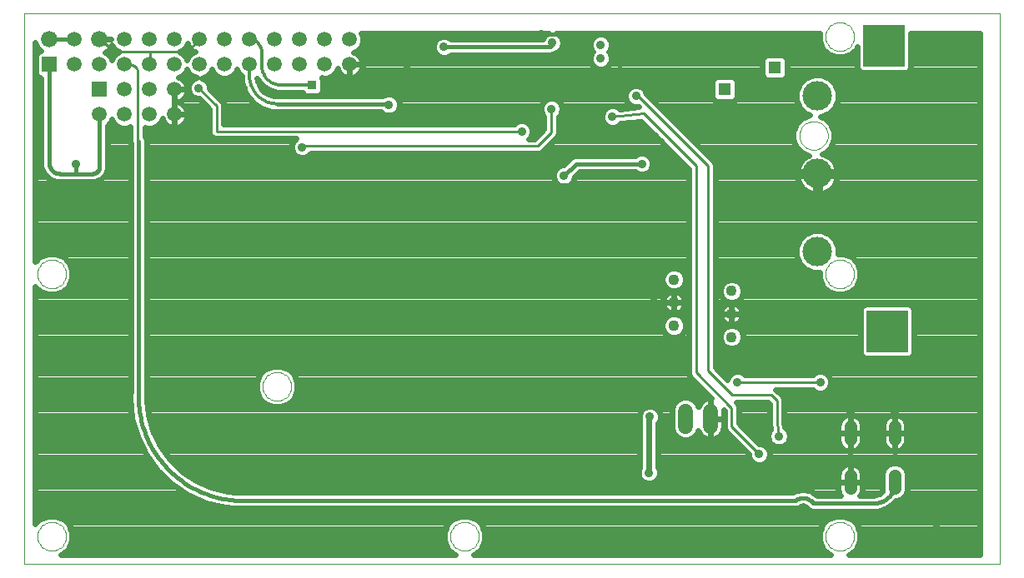
<source format=gbl>
G75*
%MOIN*%
%OFA0B0*%
%FSLAX24Y24*%
%IPPOS*%
%LPD*%
%AMOC8*
5,1,8,0,0,1.08239X$1,22.5*
%
%ADD10C,0.0000*%
%ADD11R,0.0594X0.0594*%
%ADD12C,0.0660*%
%ADD13C,0.0594*%
%ADD14C,0.0350*%
%ADD15C,0.0515*%
%ADD16C,0.0436*%
%ADD17C,0.0600*%
%ADD18C,0.1181*%
%ADD19R,0.0515X0.0515*%
%ADD20C,0.0240*%
%ADD21C,0.0356*%
%ADD22C,0.0160*%
%ADD23C,0.0100*%
%ADD24C,0.0120*%
%ADD25R,0.0356X0.0356*%
%ADD26R,0.1660X0.1660*%
D10*
X000100Y000185D02*
X000100Y022232D01*
X039076Y022232D01*
X039076Y000185D01*
X000100Y000185D01*
X000623Y001301D02*
X000625Y001348D01*
X000631Y001395D01*
X000640Y001441D01*
X000654Y001486D01*
X000671Y001530D01*
X000692Y001573D01*
X000716Y001613D01*
X000743Y001652D01*
X000774Y001688D01*
X000807Y001721D01*
X000843Y001752D01*
X000882Y001779D01*
X000922Y001803D01*
X000965Y001824D01*
X001009Y001841D01*
X001054Y001855D01*
X001100Y001864D01*
X001147Y001870D01*
X001194Y001872D01*
X001241Y001870D01*
X001288Y001864D01*
X001334Y001855D01*
X001379Y001841D01*
X001423Y001824D01*
X001466Y001803D01*
X001506Y001779D01*
X001545Y001752D01*
X001581Y001721D01*
X001614Y001688D01*
X001645Y001652D01*
X001672Y001613D01*
X001696Y001573D01*
X001717Y001530D01*
X001734Y001486D01*
X001748Y001441D01*
X001757Y001395D01*
X001763Y001348D01*
X001765Y001301D01*
X001763Y001254D01*
X001757Y001207D01*
X001748Y001161D01*
X001734Y001116D01*
X001717Y001072D01*
X001696Y001029D01*
X001672Y000989D01*
X001645Y000950D01*
X001614Y000914D01*
X001581Y000881D01*
X001545Y000850D01*
X001506Y000823D01*
X001466Y000799D01*
X001423Y000778D01*
X001379Y000761D01*
X001334Y000747D01*
X001288Y000738D01*
X001241Y000732D01*
X001194Y000730D01*
X001147Y000732D01*
X001100Y000738D01*
X001054Y000747D01*
X001009Y000761D01*
X000965Y000778D01*
X000922Y000799D01*
X000882Y000823D01*
X000843Y000850D01*
X000807Y000881D01*
X000774Y000914D01*
X000743Y000950D01*
X000716Y000989D01*
X000692Y001029D01*
X000671Y001072D01*
X000654Y001116D01*
X000640Y001161D01*
X000631Y001207D01*
X000625Y001254D01*
X000623Y001301D01*
X009623Y007301D02*
X009625Y007348D01*
X009631Y007395D01*
X009640Y007441D01*
X009654Y007486D01*
X009671Y007530D01*
X009692Y007573D01*
X009716Y007613D01*
X009743Y007652D01*
X009774Y007688D01*
X009807Y007721D01*
X009843Y007752D01*
X009882Y007779D01*
X009922Y007803D01*
X009965Y007824D01*
X010009Y007841D01*
X010054Y007855D01*
X010100Y007864D01*
X010147Y007870D01*
X010194Y007872D01*
X010241Y007870D01*
X010288Y007864D01*
X010334Y007855D01*
X010379Y007841D01*
X010423Y007824D01*
X010466Y007803D01*
X010506Y007779D01*
X010545Y007752D01*
X010581Y007721D01*
X010614Y007688D01*
X010645Y007652D01*
X010672Y007613D01*
X010696Y007573D01*
X010717Y007530D01*
X010734Y007486D01*
X010748Y007441D01*
X010757Y007395D01*
X010763Y007348D01*
X010765Y007301D01*
X010763Y007254D01*
X010757Y007207D01*
X010748Y007161D01*
X010734Y007116D01*
X010717Y007072D01*
X010696Y007029D01*
X010672Y006989D01*
X010645Y006950D01*
X010614Y006914D01*
X010581Y006881D01*
X010545Y006850D01*
X010506Y006823D01*
X010466Y006799D01*
X010423Y006778D01*
X010379Y006761D01*
X010334Y006747D01*
X010288Y006738D01*
X010241Y006732D01*
X010194Y006730D01*
X010147Y006732D01*
X010100Y006738D01*
X010054Y006747D01*
X010009Y006761D01*
X009965Y006778D01*
X009922Y006799D01*
X009882Y006823D01*
X009843Y006850D01*
X009807Y006881D01*
X009774Y006914D01*
X009743Y006950D01*
X009716Y006989D01*
X009692Y007029D01*
X009671Y007072D01*
X009654Y007116D01*
X009640Y007161D01*
X009631Y007207D01*
X009625Y007254D01*
X009623Y007301D01*
X000623Y011801D02*
X000625Y011848D01*
X000631Y011895D01*
X000640Y011941D01*
X000654Y011986D01*
X000671Y012030D01*
X000692Y012073D01*
X000716Y012113D01*
X000743Y012152D01*
X000774Y012188D01*
X000807Y012221D01*
X000843Y012252D01*
X000882Y012279D01*
X000922Y012303D01*
X000965Y012324D01*
X001009Y012341D01*
X001054Y012355D01*
X001100Y012364D01*
X001147Y012370D01*
X001194Y012372D01*
X001241Y012370D01*
X001288Y012364D01*
X001334Y012355D01*
X001379Y012341D01*
X001423Y012324D01*
X001466Y012303D01*
X001506Y012279D01*
X001545Y012252D01*
X001581Y012221D01*
X001614Y012188D01*
X001645Y012152D01*
X001672Y012113D01*
X001696Y012073D01*
X001717Y012030D01*
X001734Y011986D01*
X001748Y011941D01*
X001757Y011895D01*
X001763Y011848D01*
X001765Y011801D01*
X001763Y011754D01*
X001757Y011707D01*
X001748Y011661D01*
X001734Y011616D01*
X001717Y011572D01*
X001696Y011529D01*
X001672Y011489D01*
X001645Y011450D01*
X001614Y011414D01*
X001581Y011381D01*
X001545Y011350D01*
X001506Y011323D01*
X001466Y011299D01*
X001423Y011278D01*
X001379Y011261D01*
X001334Y011247D01*
X001288Y011238D01*
X001241Y011232D01*
X001194Y011230D01*
X001147Y011232D01*
X001100Y011238D01*
X001054Y011247D01*
X001009Y011261D01*
X000965Y011278D01*
X000922Y011299D01*
X000882Y011323D01*
X000843Y011350D01*
X000807Y011381D01*
X000774Y011414D01*
X000743Y011450D01*
X000716Y011489D01*
X000692Y011529D01*
X000671Y011572D01*
X000654Y011616D01*
X000640Y011661D01*
X000631Y011707D01*
X000625Y011754D01*
X000623Y011801D01*
X017123Y001301D02*
X017125Y001348D01*
X017131Y001395D01*
X017140Y001441D01*
X017154Y001486D01*
X017171Y001530D01*
X017192Y001573D01*
X017216Y001613D01*
X017243Y001652D01*
X017274Y001688D01*
X017307Y001721D01*
X017343Y001752D01*
X017382Y001779D01*
X017422Y001803D01*
X017465Y001824D01*
X017509Y001841D01*
X017554Y001855D01*
X017600Y001864D01*
X017647Y001870D01*
X017694Y001872D01*
X017741Y001870D01*
X017788Y001864D01*
X017834Y001855D01*
X017879Y001841D01*
X017923Y001824D01*
X017966Y001803D01*
X018006Y001779D01*
X018045Y001752D01*
X018081Y001721D01*
X018114Y001688D01*
X018145Y001652D01*
X018172Y001613D01*
X018196Y001573D01*
X018217Y001530D01*
X018234Y001486D01*
X018248Y001441D01*
X018257Y001395D01*
X018263Y001348D01*
X018265Y001301D01*
X018263Y001254D01*
X018257Y001207D01*
X018248Y001161D01*
X018234Y001116D01*
X018217Y001072D01*
X018196Y001029D01*
X018172Y000989D01*
X018145Y000950D01*
X018114Y000914D01*
X018081Y000881D01*
X018045Y000850D01*
X018006Y000823D01*
X017966Y000799D01*
X017923Y000778D01*
X017879Y000761D01*
X017834Y000747D01*
X017788Y000738D01*
X017741Y000732D01*
X017694Y000730D01*
X017647Y000732D01*
X017600Y000738D01*
X017554Y000747D01*
X017509Y000761D01*
X017465Y000778D01*
X017422Y000799D01*
X017382Y000823D01*
X017343Y000850D01*
X017307Y000881D01*
X017274Y000914D01*
X017243Y000950D01*
X017216Y000989D01*
X017192Y001029D01*
X017171Y001072D01*
X017154Y001116D01*
X017140Y001161D01*
X017131Y001207D01*
X017125Y001254D01*
X017123Y001301D01*
X032123Y001301D02*
X032125Y001348D01*
X032131Y001395D01*
X032140Y001441D01*
X032154Y001486D01*
X032171Y001530D01*
X032192Y001573D01*
X032216Y001613D01*
X032243Y001652D01*
X032274Y001688D01*
X032307Y001721D01*
X032343Y001752D01*
X032382Y001779D01*
X032422Y001803D01*
X032465Y001824D01*
X032509Y001841D01*
X032554Y001855D01*
X032600Y001864D01*
X032647Y001870D01*
X032694Y001872D01*
X032741Y001870D01*
X032788Y001864D01*
X032834Y001855D01*
X032879Y001841D01*
X032923Y001824D01*
X032966Y001803D01*
X033006Y001779D01*
X033045Y001752D01*
X033081Y001721D01*
X033114Y001688D01*
X033145Y001652D01*
X033172Y001613D01*
X033196Y001573D01*
X033217Y001530D01*
X033234Y001486D01*
X033248Y001441D01*
X033257Y001395D01*
X033263Y001348D01*
X033265Y001301D01*
X033263Y001254D01*
X033257Y001207D01*
X033248Y001161D01*
X033234Y001116D01*
X033217Y001072D01*
X033196Y001029D01*
X033172Y000989D01*
X033145Y000950D01*
X033114Y000914D01*
X033081Y000881D01*
X033045Y000850D01*
X033006Y000823D01*
X032966Y000799D01*
X032923Y000778D01*
X032879Y000761D01*
X032834Y000747D01*
X032788Y000738D01*
X032741Y000732D01*
X032694Y000730D01*
X032647Y000732D01*
X032600Y000738D01*
X032554Y000747D01*
X032509Y000761D01*
X032465Y000778D01*
X032422Y000799D01*
X032382Y000823D01*
X032343Y000850D01*
X032307Y000881D01*
X032274Y000914D01*
X032243Y000950D01*
X032216Y000989D01*
X032192Y001029D01*
X032171Y001072D01*
X032154Y001116D01*
X032140Y001161D01*
X032131Y001207D01*
X032125Y001254D01*
X032123Y001301D01*
X032123Y011801D02*
X032125Y011848D01*
X032131Y011895D01*
X032140Y011941D01*
X032154Y011986D01*
X032171Y012030D01*
X032192Y012073D01*
X032216Y012113D01*
X032243Y012152D01*
X032274Y012188D01*
X032307Y012221D01*
X032343Y012252D01*
X032382Y012279D01*
X032422Y012303D01*
X032465Y012324D01*
X032509Y012341D01*
X032554Y012355D01*
X032600Y012364D01*
X032647Y012370D01*
X032694Y012372D01*
X032741Y012370D01*
X032788Y012364D01*
X032834Y012355D01*
X032879Y012341D01*
X032923Y012324D01*
X032966Y012303D01*
X033006Y012279D01*
X033045Y012252D01*
X033081Y012221D01*
X033114Y012188D01*
X033145Y012152D01*
X033172Y012113D01*
X033196Y012073D01*
X033217Y012030D01*
X033234Y011986D01*
X033248Y011941D01*
X033257Y011895D01*
X033263Y011848D01*
X033265Y011801D01*
X033263Y011754D01*
X033257Y011707D01*
X033248Y011661D01*
X033234Y011616D01*
X033217Y011572D01*
X033196Y011529D01*
X033172Y011489D01*
X033145Y011450D01*
X033114Y011414D01*
X033081Y011381D01*
X033045Y011350D01*
X033006Y011323D01*
X032966Y011299D01*
X032923Y011278D01*
X032879Y011261D01*
X032834Y011247D01*
X032788Y011238D01*
X032741Y011232D01*
X032694Y011230D01*
X032647Y011232D01*
X032600Y011238D01*
X032554Y011247D01*
X032509Y011261D01*
X032465Y011278D01*
X032422Y011299D01*
X032382Y011323D01*
X032343Y011350D01*
X032307Y011381D01*
X032274Y011414D01*
X032243Y011450D01*
X032216Y011489D01*
X032192Y011529D01*
X032171Y011572D01*
X032154Y011616D01*
X032140Y011661D01*
X032131Y011707D01*
X032125Y011754D01*
X032123Y011801D01*
X031080Y017341D02*
X031082Y017388D01*
X031088Y017435D01*
X031097Y017481D01*
X031111Y017526D01*
X031128Y017570D01*
X031149Y017613D01*
X031173Y017653D01*
X031200Y017692D01*
X031231Y017728D01*
X031264Y017761D01*
X031300Y017792D01*
X031339Y017819D01*
X031379Y017843D01*
X031422Y017864D01*
X031466Y017881D01*
X031511Y017895D01*
X031557Y017904D01*
X031604Y017910D01*
X031651Y017912D01*
X031698Y017910D01*
X031745Y017904D01*
X031791Y017895D01*
X031836Y017881D01*
X031880Y017864D01*
X031923Y017843D01*
X031963Y017819D01*
X032002Y017792D01*
X032038Y017761D01*
X032071Y017728D01*
X032102Y017692D01*
X032129Y017653D01*
X032153Y017613D01*
X032174Y017570D01*
X032191Y017526D01*
X032205Y017481D01*
X032214Y017435D01*
X032220Y017388D01*
X032222Y017341D01*
X032220Y017294D01*
X032214Y017247D01*
X032205Y017201D01*
X032191Y017156D01*
X032174Y017112D01*
X032153Y017069D01*
X032129Y017029D01*
X032102Y016990D01*
X032071Y016954D01*
X032038Y016921D01*
X032002Y016890D01*
X031963Y016863D01*
X031923Y016839D01*
X031880Y016818D01*
X031836Y016801D01*
X031791Y016787D01*
X031745Y016778D01*
X031698Y016772D01*
X031651Y016770D01*
X031604Y016772D01*
X031557Y016778D01*
X031511Y016787D01*
X031466Y016801D01*
X031422Y016818D01*
X031379Y016839D01*
X031339Y016863D01*
X031300Y016890D01*
X031264Y016921D01*
X031231Y016954D01*
X031200Y016990D01*
X031173Y017029D01*
X031149Y017069D01*
X031128Y017112D01*
X031111Y017156D01*
X031097Y017201D01*
X031088Y017247D01*
X031082Y017294D01*
X031080Y017341D01*
X032123Y021301D02*
X032125Y021348D01*
X032131Y021395D01*
X032140Y021441D01*
X032154Y021486D01*
X032171Y021530D01*
X032192Y021573D01*
X032216Y021613D01*
X032243Y021652D01*
X032274Y021688D01*
X032307Y021721D01*
X032343Y021752D01*
X032382Y021779D01*
X032422Y021803D01*
X032465Y021824D01*
X032509Y021841D01*
X032554Y021855D01*
X032600Y021864D01*
X032647Y021870D01*
X032694Y021872D01*
X032741Y021870D01*
X032788Y021864D01*
X032834Y021855D01*
X032879Y021841D01*
X032923Y021824D01*
X032966Y021803D01*
X033006Y021779D01*
X033045Y021752D01*
X033081Y021721D01*
X033114Y021688D01*
X033145Y021652D01*
X033172Y021613D01*
X033196Y021573D01*
X033217Y021530D01*
X033234Y021486D01*
X033248Y021441D01*
X033257Y021395D01*
X033263Y021348D01*
X033265Y021301D01*
X033263Y021254D01*
X033257Y021207D01*
X033248Y021161D01*
X033234Y021116D01*
X033217Y021072D01*
X033196Y021029D01*
X033172Y020989D01*
X033145Y020950D01*
X033114Y020914D01*
X033081Y020881D01*
X033045Y020850D01*
X033006Y020823D01*
X032966Y020799D01*
X032923Y020778D01*
X032879Y020761D01*
X032834Y020747D01*
X032788Y020738D01*
X032741Y020732D01*
X032694Y020730D01*
X032647Y020732D01*
X032600Y020738D01*
X032554Y020747D01*
X032509Y020761D01*
X032465Y020778D01*
X032422Y020799D01*
X032382Y020823D01*
X032343Y020850D01*
X032307Y020881D01*
X032274Y020914D01*
X032243Y020950D01*
X032216Y020989D01*
X032192Y021029D01*
X032171Y021072D01*
X032154Y021116D01*
X032140Y021161D01*
X032131Y021207D01*
X032125Y021254D01*
X032123Y021301D01*
D11*
X003100Y019185D03*
X001100Y020185D03*
D12*
X001100Y021185D03*
X003100Y021185D03*
D13*
X002100Y021185D03*
X002100Y020185D03*
X003100Y020185D03*
X004100Y020185D03*
X005100Y020185D03*
X006100Y020185D03*
X007100Y020185D03*
X008100Y020185D03*
X009100Y020185D03*
X010100Y020185D03*
X011100Y020185D03*
X012100Y020185D03*
X013100Y020185D03*
X013100Y021185D03*
X012100Y021185D03*
X011100Y021185D03*
X010100Y021185D03*
X009100Y021185D03*
X008100Y021185D03*
X007100Y021185D03*
X006100Y021185D03*
X005100Y021185D03*
X004100Y021185D03*
X004100Y019185D03*
X005100Y019185D03*
X006100Y019185D03*
X006100Y018185D03*
X005100Y018185D03*
X004100Y018185D03*
X003100Y018185D03*
D14*
X023131Y020421D03*
X023131Y020972D03*
D15*
X033116Y005702D02*
X033116Y005187D01*
X034887Y005187D02*
X034887Y005702D01*
X034887Y003734D02*
X034887Y003219D01*
X033116Y003219D02*
X033116Y003734D01*
D16*
X028368Y009276D03*
X028368Y010197D03*
X028368Y011118D03*
X026065Y010657D03*
X026065Y011579D03*
X026065Y009736D03*
D17*
X026529Y006312D02*
X026529Y005712D01*
X027529Y005712D02*
X027529Y006312D01*
D18*
X031801Y012709D03*
X031801Y015819D03*
X031801Y018929D03*
D19*
X030100Y020067D03*
X028092Y019201D03*
D20*
X027595Y019265D02*
X024800Y019265D01*
X024786Y019280D02*
X024632Y019343D01*
X024466Y019343D01*
X024312Y019280D01*
X024194Y019162D01*
X024131Y019008D01*
X024131Y018842D01*
X024194Y018688D01*
X024312Y018571D01*
X024466Y018507D01*
X024632Y018507D01*
X024635Y018508D01*
X024654Y018488D01*
X023878Y018415D01*
X023841Y018453D01*
X023687Y018517D01*
X023521Y018517D01*
X023367Y018453D01*
X023249Y018335D01*
X023186Y018182D01*
X023186Y018015D01*
X023249Y017862D01*
X023367Y017744D01*
X023521Y017680D01*
X023687Y017680D01*
X023841Y017744D01*
X023935Y017838D01*
X024755Y017915D01*
X026660Y016010D01*
X026660Y007805D01*
X026705Y007698D01*
X026786Y007616D01*
X027571Y006832D01*
X027570Y006832D01*
X027529Y006832D01*
X027488Y006832D01*
X027407Y006819D01*
X027330Y006794D01*
X027257Y006757D01*
X027190Y006708D01*
X027133Y006651D01*
X027084Y006584D01*
X027047Y006511D01*
X027040Y006489D01*
X026987Y006618D01*
X026835Y006770D01*
X026637Y006852D01*
X026422Y006852D01*
X026223Y006770D01*
X026071Y006618D01*
X025989Y006419D01*
X025989Y005604D01*
X026071Y005406D01*
X026223Y005254D01*
X026422Y005172D01*
X026637Y005172D01*
X026835Y005254D01*
X026987Y005406D01*
X027040Y005534D01*
X027047Y005512D01*
X027084Y005439D01*
X027133Y005373D01*
X027190Y005315D01*
X027257Y005267D01*
X027330Y005230D01*
X027407Y005205D01*
X027488Y005192D01*
X027529Y005192D01*
X027529Y006012D01*
X027529Y006832D01*
X027529Y006012D01*
X027529Y006012D01*
X028049Y006012D01*
X028049Y006353D01*
X028049Y006353D01*
X028078Y006325D01*
X028078Y005639D01*
X028122Y005533D01*
X028203Y005451D01*
X029052Y004602D01*
X029052Y004511D01*
X029116Y004358D01*
X029233Y004240D01*
X029387Y004176D01*
X029553Y004176D01*
X029707Y004240D01*
X029825Y004358D01*
X029888Y004511D01*
X029888Y004678D01*
X029825Y004831D01*
X029707Y004949D01*
X029553Y005013D01*
X029462Y005013D01*
X028658Y005817D01*
X028658Y006503D01*
X028614Y006609D01*
X028556Y006667D01*
X029822Y006667D01*
X029889Y006600D01*
X029889Y005891D01*
X029883Y005870D01*
X029889Y005834D01*
X029889Y005797D01*
X029897Y005777D01*
X029927Y005564D01*
X029903Y005540D01*
X029839Y005386D01*
X029839Y005220D01*
X029903Y005066D01*
X030021Y004949D01*
X030174Y004885D01*
X030341Y004885D01*
X030494Y004949D01*
X030612Y005066D01*
X030676Y005220D01*
X030676Y005386D01*
X030612Y005540D01*
X030501Y005651D01*
X030469Y005875D01*
X030469Y006778D01*
X030425Y006885D01*
X030188Y007121D01*
X030131Y007179D01*
X031610Y007179D01*
X031674Y007114D01*
X031828Y007050D01*
X031994Y007050D01*
X032148Y007114D01*
X032265Y007232D01*
X032329Y007385D01*
X032329Y007552D01*
X032265Y007705D01*
X032148Y007823D01*
X031994Y007887D01*
X031828Y007887D01*
X031674Y007823D01*
X031610Y007759D01*
X028905Y007759D01*
X028841Y007823D01*
X028687Y007887D01*
X028521Y007887D01*
X028367Y007823D01*
X028249Y007705D01*
X028196Y007577D01*
X027713Y008061D01*
X027713Y016188D01*
X027669Y016294D01*
X024967Y018996D01*
X024967Y019008D01*
X024903Y019162D01*
X024786Y019280D01*
X024959Y019027D02*
X027595Y019027D01*
X027595Y018896D02*
X027631Y018807D01*
X027699Y018740D01*
X027787Y018703D01*
X028397Y018703D01*
X028486Y018740D01*
X028553Y018807D01*
X028590Y018896D01*
X028590Y019506D01*
X028553Y019594D01*
X028486Y019662D01*
X028397Y019698D01*
X027787Y019698D01*
X027699Y019662D01*
X027631Y019594D01*
X027595Y019506D01*
X027595Y018896D01*
X027650Y018788D02*
X025175Y018788D01*
X025413Y018550D02*
X031059Y018550D01*
X031097Y018459D02*
X031330Y018225D01*
X031508Y018151D01*
X031490Y018151D01*
X031192Y018028D01*
X030964Y017800D01*
X030840Y017502D01*
X030840Y017179D01*
X030964Y016881D01*
X031192Y016653D01*
X031444Y016549D01*
X031442Y016547D01*
X031350Y016494D01*
X031265Y016430D01*
X031190Y016354D01*
X031125Y016270D01*
X031072Y016178D01*
X031032Y016080D01*
X031004Y015977D01*
X030993Y015896D01*
X031724Y015896D01*
X031724Y015742D01*
X031878Y015742D01*
X031878Y015896D01*
X032608Y015896D01*
X032597Y015977D01*
X032570Y016080D01*
X032529Y016178D01*
X032476Y016270D01*
X032411Y016354D01*
X032336Y016430D01*
X032252Y016494D01*
X032160Y016547D01*
X032062Y016588D01*
X031996Y016606D01*
X032110Y016653D01*
X032339Y016881D01*
X032462Y017179D01*
X032462Y017502D01*
X032339Y017800D01*
X032110Y018028D01*
X031940Y018099D01*
X031966Y018099D01*
X032271Y018225D01*
X032505Y018459D01*
X032631Y018764D01*
X032631Y019094D01*
X032505Y019400D01*
X032271Y019633D01*
X031966Y019760D01*
X031636Y019760D01*
X031330Y019633D01*
X031097Y019400D01*
X030970Y019094D01*
X030970Y018764D01*
X031097Y018459D01*
X031244Y018311D02*
X025652Y018311D01*
X025890Y018073D02*
X031300Y018073D01*
X030998Y017834D02*
X026129Y017834D01*
X026367Y017596D02*
X030879Y017596D01*
X030840Y017357D02*
X026606Y017357D01*
X026844Y017119D02*
X030865Y017119D01*
X030965Y016880D02*
X027083Y016880D01*
X027321Y016642D02*
X031220Y016642D01*
X031239Y016403D02*
X027560Y016403D01*
X027713Y016165D02*
X031067Y016165D01*
X030997Y015926D02*
X027713Y015926D01*
X027713Y015688D02*
X031001Y015688D01*
X031004Y015660D02*
X030993Y015742D01*
X031724Y015742D01*
X031724Y015011D01*
X031642Y015022D01*
X031540Y015050D01*
X031442Y015090D01*
X031350Y015144D01*
X031265Y015208D01*
X031190Y015283D01*
X031125Y015368D01*
X031072Y015460D01*
X031032Y015558D01*
X031004Y015660D01*
X031078Y015449D02*
X027713Y015449D01*
X027713Y015211D02*
X031263Y015211D01*
X031724Y015211D02*
X031878Y015211D01*
X031878Y015011D02*
X031959Y015022D01*
X032062Y015050D01*
X032160Y015090D01*
X032252Y015144D01*
X032336Y015208D01*
X032411Y015283D01*
X032476Y015368D01*
X032529Y015460D01*
X032570Y015558D01*
X032597Y015660D01*
X032608Y015742D01*
X031878Y015742D01*
X031878Y015011D01*
X032339Y015211D02*
X038289Y015211D01*
X038289Y015449D02*
X032523Y015449D01*
X032601Y015688D02*
X038289Y015688D01*
X038289Y015926D02*
X032604Y015926D01*
X032535Y016165D02*
X038289Y016165D01*
X038289Y016403D02*
X032363Y016403D01*
X032083Y016642D02*
X038289Y016642D01*
X038289Y016880D02*
X032337Y016880D01*
X032437Y017119D02*
X038289Y017119D01*
X038289Y017357D02*
X032462Y017357D01*
X032423Y017596D02*
X038289Y017596D01*
X038289Y017834D02*
X032304Y017834D01*
X032003Y018073D02*
X038289Y018073D01*
X038289Y018311D02*
X032357Y018311D01*
X032543Y018550D02*
X038289Y018550D01*
X038289Y018788D02*
X032631Y018788D01*
X032631Y019027D02*
X038289Y019027D01*
X038289Y019265D02*
X032561Y019265D01*
X032401Y019504D02*
X038289Y019504D01*
X038289Y019742D02*
X032009Y019742D01*
X031593Y019742D02*
X030589Y019742D01*
X030597Y019762D02*
X030597Y020372D01*
X030561Y020460D01*
X030493Y020528D01*
X030405Y020564D01*
X029795Y020564D01*
X029707Y020528D01*
X029639Y020460D01*
X029603Y020372D01*
X029603Y019762D01*
X029639Y019673D01*
X029707Y019606D01*
X029795Y019569D01*
X030405Y019569D01*
X030493Y019606D01*
X030561Y019673D01*
X030597Y019762D01*
X030597Y019981D02*
X033431Y019981D01*
X033437Y019967D02*
X033504Y019900D01*
X033592Y019863D01*
X035348Y019863D01*
X035436Y019900D01*
X035503Y019967D01*
X035540Y020055D01*
X035540Y021445D01*
X038289Y021445D01*
X038289Y000579D01*
X033069Y000579D01*
X033154Y000614D01*
X033382Y000842D01*
X033505Y001140D01*
X033505Y001462D01*
X033382Y001760D01*
X033154Y001989D01*
X032856Y002112D01*
X032533Y002112D01*
X032235Y001989D01*
X032007Y001760D01*
X031884Y001462D01*
X031884Y001140D01*
X032007Y000842D01*
X032235Y000614D01*
X032320Y000579D01*
X018069Y000579D01*
X018154Y000614D01*
X018382Y000842D01*
X018505Y001140D01*
X018505Y001462D01*
X018382Y001760D01*
X018154Y001989D01*
X017856Y002112D01*
X017533Y002112D01*
X017235Y001989D01*
X017007Y001760D01*
X016884Y001462D01*
X016884Y001140D01*
X017007Y000842D01*
X017235Y000614D01*
X017320Y000579D01*
X001569Y000579D01*
X001654Y000614D01*
X001882Y000842D01*
X002005Y001140D01*
X002005Y001462D01*
X001882Y001760D01*
X001654Y001989D01*
X001356Y002112D01*
X001033Y002112D01*
X000735Y001989D01*
X000533Y001786D01*
X000533Y011316D01*
X000735Y011114D01*
X001033Y010990D01*
X001356Y010990D01*
X001654Y011114D01*
X001882Y011342D01*
X002005Y011640D01*
X002005Y011962D01*
X001882Y012260D01*
X001654Y012489D01*
X001356Y012612D01*
X001033Y012612D01*
X000735Y012489D01*
X000533Y012286D01*
X000533Y021064D01*
X000617Y020862D01*
X000757Y020722D01*
X000755Y020722D01*
X000667Y020685D01*
X000600Y020618D01*
X000563Y020530D01*
X000563Y019840D01*
X000600Y019752D01*
X000667Y019685D01*
X000755Y019648D01*
X000764Y019648D01*
X000764Y016098D01*
X000879Y015821D01*
X001091Y015610D01*
X001368Y015495D01*
X002937Y015495D01*
X003158Y015587D01*
X003158Y015587D01*
X003328Y015757D01*
X003420Y015978D01*
X003420Y017746D01*
X003555Y017881D01*
X003600Y017989D01*
X003645Y017881D01*
X003796Y017730D01*
X003993Y017648D01*
X004207Y017648D01*
X004338Y017702D01*
X004338Y017065D01*
X004347Y017049D01*
X004347Y007204D01*
X004320Y006824D01*
X004401Y006044D01*
X004401Y006044D01*
X004616Y005289D01*
X004960Y004584D01*
X005420Y003949D01*
X005420Y003949D01*
X005984Y003403D01*
X006634Y002963D01*
X007350Y002643D01*
X008111Y002453D01*
X008451Y002429D01*
X008462Y002424D01*
X008514Y002424D01*
X008566Y002420D01*
X008577Y002424D01*
X030900Y002424D01*
X030937Y002418D01*
X030963Y002424D01*
X030990Y002424D01*
X031025Y002438D01*
X031061Y002447D01*
X031083Y002462D01*
X031108Y002473D01*
X031127Y002492D01*
X031145Y002502D01*
X031216Y002519D01*
X031289Y002507D01*
X031351Y002468D01*
X031358Y002459D01*
X031364Y002445D01*
X031390Y002418D01*
X031412Y002388D01*
X031435Y002374D01*
X031454Y002355D01*
X031489Y002340D01*
X031520Y002321D01*
X031547Y002316D01*
X031572Y002306D01*
X031609Y002306D01*
X031646Y002300D01*
X031672Y002306D01*
X034222Y002306D01*
X034575Y002421D01*
X034875Y002638D01*
X034875Y002638D01*
X034875Y002638D01*
X034935Y002721D01*
X034986Y002721D01*
X035169Y002797D01*
X035309Y002937D01*
X035385Y003120D01*
X035385Y003833D01*
X035309Y004016D01*
X035169Y004156D01*
X034986Y004231D01*
X034788Y004231D01*
X034606Y004156D01*
X034466Y004016D01*
X034390Y003833D01*
X034390Y003120D01*
X034401Y003093D01*
X034278Y003004D01*
X034120Y002953D01*
X034037Y002946D01*
X033508Y002946D01*
X033524Y002969D01*
X033558Y003036D01*
X033581Y003107D01*
X033593Y003181D01*
X033593Y003476D01*
X033116Y003476D01*
X033116Y003476D01*
X033593Y003476D01*
X033593Y003771D01*
X033581Y003846D01*
X033558Y003917D01*
X033524Y003984D01*
X033480Y004045D01*
X033427Y004098D01*
X033366Y004142D01*
X033299Y004176D01*
X033228Y004200D01*
X033153Y004211D01*
X033116Y004211D01*
X033116Y003476D01*
X032638Y003476D01*
X032638Y003181D01*
X032650Y003107D01*
X032673Y003036D01*
X032707Y002969D01*
X032724Y002946D01*
X031800Y002946D01*
X031521Y003120D01*
X031521Y003120D01*
X031196Y003175D01*
X031196Y003175D01*
X030875Y003100D01*
X030875Y003100D01*
X030824Y003064D01*
X008541Y003064D01*
X008215Y003102D01*
X007565Y003264D01*
X006953Y003538D01*
X006398Y003913D01*
X005916Y004379D01*
X005523Y004922D01*
X005230Y005524D01*
X005046Y006169D01*
X004977Y006835D01*
X004985Y007124D01*
X004987Y007129D01*
X004987Y007182D01*
X004991Y007234D01*
X004987Y007245D01*
X004987Y017178D01*
X004938Y017295D01*
X004918Y017316D01*
X004918Y017680D01*
X004993Y017648D01*
X005207Y017648D01*
X005404Y017730D01*
X005555Y017881D01*
X005611Y018017D01*
X005621Y017987D01*
X005658Y017914D01*
X005706Y017848D01*
X005763Y017791D01*
X005829Y017743D01*
X005902Y017706D01*
X005979Y017681D01*
X006059Y017668D01*
X006100Y017668D01*
X006141Y017668D01*
X006221Y017681D01*
X006298Y017706D01*
X006371Y017743D01*
X006437Y017791D01*
X006494Y017848D01*
X006542Y017914D01*
X006579Y017987D01*
X006604Y018064D01*
X006617Y018144D01*
X006617Y018185D01*
X006100Y018185D01*
X006100Y017668D01*
X006100Y018185D01*
X006100Y018185D01*
X006100Y018185D01*
X006617Y018185D01*
X006617Y018226D01*
X006604Y018306D01*
X006579Y018383D01*
X006542Y018456D01*
X006494Y018522D01*
X006437Y018579D01*
X006371Y018627D01*
X006298Y018664D01*
X006234Y018685D01*
X006298Y018706D01*
X006371Y018743D01*
X006437Y018791D01*
X006494Y018848D01*
X006542Y018914D01*
X006579Y018987D01*
X006604Y019064D01*
X006617Y019144D01*
X006617Y019185D01*
X006100Y019185D01*
X006100Y018668D01*
X006100Y018185D01*
X006100Y019185D01*
X006100Y019185D01*
X006100Y019185D01*
X006617Y019185D01*
X006617Y019226D01*
X006604Y019306D01*
X006579Y019383D01*
X006542Y019456D01*
X006494Y019522D01*
X006437Y019579D01*
X006371Y019627D01*
X006298Y019664D01*
X006268Y019674D01*
X006404Y019730D01*
X006555Y019881D01*
X006600Y019989D01*
X006645Y019881D01*
X006796Y019730D01*
X006977Y019655D01*
X006832Y019595D01*
X006714Y019477D01*
X006650Y019323D01*
X006650Y019157D01*
X006714Y019003D01*
X006832Y018886D01*
X006985Y018822D01*
X007076Y018822D01*
X007487Y018411D01*
X007487Y017450D01*
X007531Y017344D01*
X007613Y017262D01*
X007719Y017218D01*
X010951Y017218D01*
X010848Y017115D01*
X010784Y016961D01*
X010784Y016795D01*
X010848Y016641D01*
X010966Y016523D01*
X011119Y016460D01*
X011286Y016460D01*
X011439Y016523D01*
X011543Y016627D01*
X020669Y016627D01*
X020776Y016671D01*
X021327Y017223D01*
X021409Y017304D01*
X021453Y017411D01*
X021453Y018112D01*
X021517Y018177D01*
X021581Y018330D01*
X021581Y018497D01*
X021517Y018650D01*
X021400Y018768D01*
X021246Y018831D01*
X021080Y018831D01*
X020926Y018768D01*
X020809Y018650D01*
X020745Y018497D01*
X020745Y018330D01*
X020809Y018177D01*
X020873Y018112D01*
X020873Y017589D01*
X020492Y017207D01*
X020273Y017207D01*
X020336Y017271D01*
X020400Y017425D01*
X020400Y017591D01*
X020336Y017745D01*
X020219Y017862D01*
X020065Y017926D01*
X019899Y017926D01*
X019745Y017862D01*
X019681Y017798D01*
X008067Y017798D01*
X008067Y018589D01*
X008023Y018696D01*
X007941Y018777D01*
X007487Y019232D01*
X007487Y019323D01*
X007423Y019477D01*
X007305Y019595D01*
X007176Y019648D01*
X007207Y019648D01*
X007404Y019730D01*
X007555Y019881D01*
X007600Y019989D01*
X007645Y019881D01*
X007796Y019730D01*
X007993Y019648D01*
X008207Y019648D01*
X008404Y019730D01*
X008555Y019881D01*
X008600Y019989D01*
X008645Y019881D01*
X008796Y019730D01*
X008800Y019728D01*
X008800Y019504D01*
X008939Y019077D01*
X008939Y019077D01*
X009203Y018713D01*
X009566Y018449D01*
X009566Y018449D01*
X009994Y018310D01*
X010106Y018310D01*
X010154Y018290D01*
X014356Y018290D01*
X014430Y018216D01*
X014584Y018153D01*
X014750Y018153D01*
X014904Y018216D01*
X015021Y018334D01*
X015085Y018488D01*
X015085Y018654D01*
X015021Y018808D01*
X014904Y018925D01*
X014750Y018989D01*
X014584Y018989D01*
X014442Y018930D01*
X010154Y018930D01*
X010124Y018918D01*
X010090Y018920D01*
X009847Y018999D01*
X009640Y019150D01*
X009489Y019357D01*
X009410Y019600D01*
X009408Y019628D01*
X009597Y019367D01*
X009876Y019165D01*
X010203Y019058D01*
X011209Y019058D01*
X011214Y019044D01*
X011282Y018977D01*
X011370Y018940D01*
X011822Y018940D01*
X011910Y018977D01*
X011978Y019044D01*
X012014Y019132D01*
X012014Y019584D01*
X011986Y019651D01*
X011993Y019648D01*
X012207Y019648D01*
X012404Y019730D01*
X012555Y019881D01*
X012611Y020017D01*
X012621Y019987D01*
X012658Y019914D01*
X012706Y019848D01*
X012763Y019791D01*
X012829Y019743D01*
X012902Y019706D01*
X012979Y019681D01*
X013059Y019668D01*
X013100Y019668D01*
X013141Y019668D01*
X013221Y019681D01*
X013298Y019706D01*
X013371Y019743D01*
X013437Y019791D01*
X013494Y019848D01*
X013542Y019914D01*
X013579Y019987D01*
X013604Y020064D01*
X013617Y020144D01*
X013617Y020185D01*
X013100Y020185D01*
X013100Y019668D01*
X013100Y020185D01*
X013100Y020185D01*
X013100Y020185D01*
X013617Y020185D01*
X013617Y020226D01*
X013604Y020306D01*
X013579Y020383D01*
X013542Y020456D01*
X013494Y020522D01*
X013437Y020579D01*
X013371Y020627D01*
X013298Y020664D01*
X013268Y020674D01*
X013404Y020730D01*
X013555Y020881D01*
X013637Y021078D01*
X013637Y021292D01*
X013573Y021445D01*
X021060Y021445D01*
X020966Y021406D01*
X020848Y021288D01*
X020817Y021214D01*
X017143Y021214D01*
X017108Y021248D01*
X016955Y021312D01*
X016788Y021312D01*
X016635Y021248D01*
X016517Y021131D01*
X016454Y020977D01*
X016454Y020811D01*
X016517Y020657D01*
X016635Y020539D01*
X016788Y020476D01*
X016955Y020476D01*
X017108Y020539D01*
X017143Y020574D01*
X021140Y020574D01*
X021283Y020633D01*
X021286Y020633D01*
X021439Y020697D01*
X021557Y020814D01*
X021620Y020968D01*
X021620Y021134D01*
X021557Y021288D01*
X021439Y021406D01*
X021344Y021445D01*
X031884Y021445D01*
X031884Y021140D01*
X032007Y020842D01*
X032235Y020614D01*
X032533Y020490D01*
X032856Y020490D01*
X033154Y020614D01*
X033382Y020842D01*
X033400Y020886D01*
X033400Y020055D01*
X033437Y019967D01*
X033400Y020219D02*
X030597Y020219D01*
X030562Y020458D02*
X033400Y020458D01*
X033400Y020696D02*
X033236Y020696D01*
X032153Y020696D02*
X023444Y020696D01*
X023443Y020697D02*
X023483Y020737D01*
X023546Y020890D01*
X023546Y021055D01*
X023483Y021208D01*
X023367Y021324D01*
X023214Y021387D01*
X023049Y021387D01*
X022896Y021324D01*
X022780Y021208D01*
X022716Y021055D01*
X022716Y020890D01*
X022780Y020737D01*
X022820Y020697D01*
X022780Y020656D01*
X022716Y020504D01*
X022716Y020339D01*
X022780Y020186D01*
X022896Y020069D01*
X023049Y020006D01*
X023214Y020006D01*
X023367Y020069D01*
X023483Y020186D01*
X023546Y020339D01*
X023546Y020504D01*
X023483Y020656D01*
X023443Y020697D01*
X023546Y020935D02*
X031969Y020935D01*
X031884Y021173D02*
X023498Y021173D01*
X022765Y021173D02*
X021604Y021173D01*
X021607Y020935D02*
X022716Y020935D01*
X022819Y020696D02*
X021438Y020696D01*
X021425Y021412D02*
X031884Y021412D01*
X029638Y020458D02*
X023546Y020458D01*
X023497Y020219D02*
X029603Y020219D01*
X029603Y019981D02*
X013576Y019981D01*
X013617Y020219D02*
X022766Y020219D01*
X022716Y020458D02*
X013541Y020458D01*
X013322Y020696D02*
X016501Y020696D01*
X016454Y020935D02*
X013577Y020935D01*
X013637Y021173D02*
X016560Y021173D01*
X013587Y021412D02*
X020980Y021412D01*
X024297Y019265D02*
X012014Y019265D01*
X012014Y019504D02*
X027595Y019504D01*
X028590Y019504D02*
X031201Y019504D01*
X031041Y019265D02*
X028590Y019265D01*
X028590Y019027D02*
X030970Y019027D01*
X030970Y018788D02*
X028534Y018788D01*
X029611Y019742D02*
X013369Y019742D01*
X013100Y019742D02*
X013100Y019742D01*
X013100Y019981D02*
X013100Y019981D01*
X012831Y019742D02*
X012416Y019742D01*
X012596Y019981D02*
X012624Y019981D01*
X011960Y019027D02*
X024138Y019027D01*
X024153Y018788D02*
X021351Y018788D01*
X021559Y018550D02*
X024363Y018550D01*
X023239Y018311D02*
X021573Y018311D01*
X021453Y018073D02*
X023186Y018073D01*
X023277Y017834D02*
X021453Y017834D01*
X021453Y017596D02*
X025075Y017596D01*
X024836Y017834D02*
X023931Y017834D01*
X025313Y017357D02*
X021431Y017357D01*
X021223Y017119D02*
X025552Y017119D01*
X025790Y016880D02*
X020985Y016880D01*
X020704Y016642D02*
X026029Y016642D01*
X026267Y016403D02*
X025157Y016403D01*
X025139Y016446D02*
X025203Y016292D01*
X025203Y016125D01*
X025139Y015972D01*
X025022Y015854D01*
X024868Y015791D01*
X024702Y015791D01*
X024548Y015854D01*
X024514Y015889D01*
X022280Y015889D01*
X022093Y015702D01*
X022093Y015653D01*
X022029Y015499D01*
X021912Y015382D01*
X021758Y015318D01*
X021592Y015318D01*
X021438Y015382D01*
X021320Y015499D01*
X021257Y015653D01*
X021257Y015819D01*
X021320Y015973D01*
X021438Y016091D01*
X021592Y016154D01*
X021640Y016154D01*
X021876Y016390D01*
X021966Y016480D01*
X022084Y016529D01*
X024514Y016529D01*
X024548Y016563D01*
X024702Y016627D01*
X024868Y016627D01*
X025022Y016563D01*
X025139Y016446D01*
X025203Y016165D02*
X026506Y016165D01*
X026660Y015926D02*
X025094Y015926D01*
X026660Y015688D02*
X022093Y015688D01*
X021979Y015449D02*
X026660Y015449D01*
X026660Y015211D02*
X004987Y015211D01*
X004987Y015449D02*
X021371Y015449D01*
X021257Y015688D02*
X004987Y015688D01*
X004987Y015926D02*
X021301Y015926D01*
X021651Y016165D02*
X004987Y016165D01*
X004987Y016403D02*
X021889Y016403D01*
X020641Y017357D02*
X020372Y017357D01*
X020398Y017596D02*
X020873Y017596D01*
X020873Y017834D02*
X020247Y017834D01*
X019717Y017834D02*
X008067Y017834D01*
X008067Y018073D02*
X020873Y018073D01*
X020753Y018311D02*
X014998Y018311D01*
X015085Y018550D02*
X020767Y018550D01*
X020975Y018788D02*
X015030Y018788D01*
X011232Y019027D02*
X009809Y019027D01*
X009876Y019165D02*
X009876Y019165D01*
X009738Y019265D02*
X009556Y019265D01*
X009597Y019367D02*
X009597Y019367D01*
X009597Y019367D01*
X009498Y019504D02*
X009442Y019504D01*
X008878Y019265D02*
X007487Y019265D01*
X007396Y019504D02*
X008800Y019504D01*
X008784Y019742D02*
X008416Y019742D01*
X008596Y019981D02*
X008604Y019981D01*
X007784Y019742D02*
X007416Y019742D01*
X007596Y019981D02*
X007604Y019981D01*
X006784Y019742D02*
X006416Y019742D01*
X006507Y019504D02*
X006741Y019504D01*
X006650Y019265D02*
X006611Y019265D01*
X006592Y019027D02*
X006704Y019027D01*
X006433Y018788D02*
X007110Y018788D01*
X007349Y018550D02*
X006466Y018550D01*
X006603Y018311D02*
X007487Y018311D01*
X007487Y018073D02*
X006605Y018073D01*
X006480Y017834D02*
X007487Y017834D01*
X007487Y017596D02*
X004918Y017596D01*
X004918Y017357D02*
X007526Y017357D01*
X006100Y017834D02*
X006100Y017834D01*
X006100Y018073D02*
X006100Y018073D01*
X006100Y018185D02*
X006100Y018185D01*
X006100Y018311D02*
X006100Y018311D01*
X006100Y018550D02*
X006100Y018550D01*
X006100Y018788D02*
X006100Y018788D01*
X006100Y019027D02*
X006100Y019027D01*
X007692Y019027D02*
X008975Y019027D01*
X009148Y018788D02*
X007931Y018788D01*
X008067Y018550D02*
X009428Y018550D01*
X009203Y018713D02*
X009203Y018713D01*
X009203Y018713D01*
X009991Y018311D02*
X008067Y018311D01*
X005720Y017834D02*
X005508Y017834D01*
X004338Y017596D02*
X003420Y017596D01*
X003420Y017357D02*
X004338Y017357D01*
X004338Y017119D02*
X003420Y017119D01*
X003420Y016880D02*
X004347Y016880D01*
X004347Y016642D02*
X003420Y016642D01*
X003420Y016403D02*
X004347Y016403D01*
X004347Y016165D02*
X003420Y016165D01*
X003398Y015926D02*
X004347Y015926D01*
X004347Y015688D02*
X003259Y015688D01*
X003328Y015757D02*
X003328Y015757D01*
X004347Y015449D02*
X000533Y015449D01*
X000533Y015211D02*
X004347Y015211D01*
X004347Y014972D02*
X000533Y014972D01*
X000533Y014734D02*
X004347Y014734D01*
X004347Y014495D02*
X000533Y014495D01*
X000533Y014257D02*
X004347Y014257D01*
X004347Y014018D02*
X000533Y014018D01*
X000533Y013780D02*
X004347Y013780D01*
X004347Y013541D02*
X000533Y013541D01*
X000533Y013303D02*
X004347Y013303D01*
X004347Y013064D02*
X000533Y013064D01*
X000533Y012826D02*
X004347Y012826D01*
X004347Y012587D02*
X001416Y012587D01*
X000973Y012587D02*
X000533Y012587D01*
X000533Y012349D02*
X000595Y012349D01*
X001794Y012349D02*
X004347Y012349D01*
X004347Y012110D02*
X001944Y012110D01*
X002005Y011872D02*
X004347Y011872D01*
X004347Y011633D02*
X002003Y011633D01*
X001904Y011395D02*
X004347Y011395D01*
X004347Y011156D02*
X001696Y011156D01*
X000693Y011156D02*
X000533Y011156D01*
X000533Y010918D02*
X004347Y010918D01*
X004347Y010679D02*
X000533Y010679D01*
X000533Y010441D02*
X004347Y010441D01*
X004347Y010202D02*
X000533Y010202D01*
X000533Y009964D02*
X004347Y009964D01*
X004347Y009725D02*
X000533Y009725D01*
X000533Y009487D02*
X004347Y009487D01*
X004347Y009248D02*
X000533Y009248D01*
X000533Y009010D02*
X004347Y009010D01*
X004347Y008771D02*
X000533Y008771D01*
X000533Y008533D02*
X004347Y008533D01*
X004347Y008294D02*
X000533Y008294D01*
X000533Y008056D02*
X004347Y008056D01*
X004347Y007817D02*
X000533Y007817D01*
X000533Y007579D02*
X004347Y007579D01*
X004347Y007340D02*
X000533Y007340D01*
X000533Y007102D02*
X004340Y007102D01*
X004323Y006863D02*
X000533Y006863D01*
X000533Y006625D02*
X004341Y006625D01*
X004320Y006824D02*
X004320Y006824D01*
X004978Y006863D02*
X009498Y006863D01*
X009507Y006842D02*
X009735Y006614D01*
X010033Y006490D01*
X010356Y006490D01*
X010654Y006614D01*
X010882Y006842D01*
X011005Y007140D01*
X011005Y007462D01*
X010882Y007760D01*
X010654Y007989D01*
X010356Y008112D01*
X010033Y008112D01*
X009735Y007989D01*
X009507Y007760D01*
X009384Y007462D01*
X009384Y007140D01*
X009507Y006842D01*
X009400Y007102D02*
X004984Y007102D01*
X004987Y007340D02*
X009384Y007340D01*
X009432Y007579D02*
X004987Y007579D01*
X004987Y007817D02*
X009564Y007817D01*
X009897Y008056D02*
X004987Y008056D01*
X004987Y008294D02*
X026660Y008294D01*
X026660Y008056D02*
X010492Y008056D01*
X010825Y007817D02*
X026660Y007817D01*
X026824Y007579D02*
X010957Y007579D01*
X011005Y007340D02*
X027062Y007340D01*
X027301Y007102D02*
X010989Y007102D01*
X010891Y006863D02*
X027539Y006863D01*
X027529Y006625D02*
X027529Y006625D01*
X027529Y006386D02*
X027529Y006386D01*
X027529Y006148D02*
X027529Y006148D01*
X027529Y006012D02*
X027529Y006012D01*
X027529Y006012D01*
X028049Y006012D01*
X028049Y005671D01*
X028036Y005590D01*
X028011Y005512D01*
X027974Y005439D01*
X027926Y005373D01*
X027868Y005315D01*
X027802Y005267D01*
X027729Y005230D01*
X027651Y005205D01*
X027570Y005192D01*
X027529Y005192D01*
X027529Y006012D01*
X027529Y005909D02*
X027529Y005909D01*
X027529Y005671D02*
X027529Y005671D01*
X027529Y005432D02*
X027529Y005432D01*
X027529Y005194D02*
X027529Y005194D01*
X027477Y005194D02*
X026689Y005194D01*
X026369Y005194D02*
X025421Y005194D01*
X025421Y005432D02*
X026061Y005432D01*
X025989Y005671D02*
X025421Y005671D01*
X025421Y005820D02*
X025454Y005854D01*
X025518Y006007D01*
X025518Y006174D01*
X025454Y006327D01*
X025337Y006445D01*
X025183Y006509D01*
X025017Y006509D01*
X024863Y006445D01*
X024746Y006327D01*
X024682Y006174D01*
X024682Y006007D01*
X024701Y005962D01*
X024701Y004070D01*
X024643Y003930D01*
X024643Y003763D01*
X006621Y003763D01*
X006307Y004001D02*
X024672Y004001D01*
X024643Y003763D02*
X024706Y003610D01*
X024824Y003492D01*
X024977Y003428D01*
X025144Y003428D01*
X025297Y003492D01*
X025415Y003610D01*
X025479Y003763D01*
X025479Y003930D01*
X025421Y004070D01*
X025421Y005820D01*
X025477Y005909D02*
X025989Y005909D01*
X025989Y006148D02*
X025518Y006148D01*
X025396Y006386D02*
X025989Y006386D01*
X026078Y006625D02*
X010665Y006625D01*
X009724Y006625D02*
X004999Y006625D01*
X005024Y006386D02*
X024804Y006386D01*
X024682Y006148D02*
X005052Y006148D01*
X005120Y005909D02*
X024701Y005909D01*
X024701Y005671D02*
X005188Y005671D01*
X005275Y005432D02*
X024701Y005432D01*
X024701Y005194D02*
X005391Y005194D01*
X005507Y004955D02*
X024701Y004955D01*
X024701Y004717D02*
X005672Y004717D01*
X005845Y004478D02*
X024701Y004478D01*
X024701Y004240D02*
X006061Y004240D01*
X005612Y003763D02*
X000533Y003763D01*
X000533Y004001D02*
X005382Y004001D01*
X005209Y004240D02*
X000533Y004240D01*
X000533Y004478D02*
X005036Y004478D01*
X004960Y004584D02*
X004960Y004584D01*
X004895Y004717D02*
X000533Y004717D01*
X000533Y004955D02*
X004779Y004955D01*
X004663Y005194D02*
X000533Y005194D01*
X000533Y005432D02*
X004576Y005432D01*
X004616Y005289D02*
X004616Y005289D01*
X004508Y005671D02*
X000533Y005671D01*
X000533Y005909D02*
X004440Y005909D01*
X004390Y006148D02*
X000533Y006148D01*
X000533Y006386D02*
X004365Y006386D01*
X004987Y008533D02*
X026660Y008533D01*
X026660Y008771D02*
X004987Y008771D01*
X004987Y009010D02*
X026660Y009010D01*
X026660Y009248D02*
X004987Y009248D01*
X004987Y009487D02*
X025672Y009487D01*
X025676Y009477D02*
X025805Y009348D01*
X025973Y009278D01*
X026156Y009278D01*
X026324Y009348D01*
X026453Y009477D01*
X026523Y009645D01*
X026523Y009827D01*
X026453Y009996D01*
X026324Y010125D01*
X026156Y010194D01*
X025973Y010194D01*
X025805Y010125D01*
X025676Y009996D01*
X025606Y009827D01*
X025606Y009645D01*
X025676Y009477D01*
X025606Y009725D02*
X004987Y009725D01*
X004987Y009964D02*
X025663Y009964D01*
X025835Y010283D02*
X025896Y010251D01*
X025962Y010230D01*
X026030Y010219D01*
X026065Y010219D01*
X026099Y010219D01*
X026167Y010230D01*
X026233Y010251D01*
X026294Y010283D01*
X026350Y010323D01*
X026399Y010372D01*
X026439Y010428D01*
X026471Y010489D01*
X026492Y010555D01*
X026503Y010623D01*
X026503Y010657D01*
X026065Y010657D01*
X026065Y010657D01*
X026065Y010219D01*
X026065Y010657D01*
X026065Y010657D01*
X026503Y010657D01*
X026503Y010692D01*
X026492Y010760D01*
X026471Y010826D01*
X026439Y010887D01*
X026399Y010943D01*
X026350Y010992D01*
X026294Y011032D01*
X026233Y011063D01*
X026167Y011085D01*
X026099Y011096D01*
X026065Y011096D01*
X026065Y010657D01*
X025626Y010657D01*
X025626Y010623D01*
X025637Y010555D01*
X025659Y010489D01*
X025690Y010428D01*
X025730Y010372D01*
X025779Y010323D01*
X025835Y010283D01*
X025683Y010441D02*
X004987Y010441D01*
X004987Y010679D02*
X025626Y010679D01*
X025626Y010692D02*
X025626Y010657D01*
X026065Y010657D01*
X026065Y010657D01*
X026065Y010657D01*
X026065Y011096D01*
X026030Y011096D01*
X025962Y011085D01*
X025896Y011063D01*
X025835Y011032D01*
X025779Y010992D01*
X025730Y010943D01*
X025690Y010887D01*
X025659Y010826D01*
X025637Y010760D01*
X025626Y010692D01*
X025712Y010918D02*
X004987Y010918D01*
X004987Y011156D02*
X025888Y011156D01*
X025805Y011190D02*
X025973Y011121D01*
X026156Y011121D01*
X026324Y011190D01*
X026453Y011319D01*
X026523Y011488D01*
X026523Y011670D01*
X026453Y011838D01*
X026324Y011967D01*
X026156Y012037D01*
X025973Y012037D01*
X025805Y011967D01*
X025676Y011838D01*
X025606Y011670D01*
X025606Y011488D01*
X025676Y011319D01*
X025805Y011190D01*
X025645Y011395D02*
X004987Y011395D01*
X004987Y011633D02*
X025606Y011633D01*
X025710Y011872D02*
X004987Y011872D01*
X004987Y012110D02*
X026660Y012110D01*
X026660Y011872D02*
X026420Y011872D01*
X026523Y011633D02*
X026660Y011633D01*
X026660Y011395D02*
X026484Y011395D01*
X026660Y011156D02*
X026241Y011156D01*
X026417Y010918D02*
X026660Y010918D01*
X026660Y010679D02*
X026503Y010679D01*
X026446Y010441D02*
X026660Y010441D01*
X026660Y010202D02*
X004987Y010202D01*
X004987Y012349D02*
X026660Y012349D01*
X026660Y012587D02*
X004987Y012587D01*
X004987Y012826D02*
X026660Y012826D01*
X026660Y013064D02*
X004987Y013064D01*
X004987Y013303D02*
X026660Y013303D01*
X026660Y013541D02*
X004987Y013541D01*
X004987Y013780D02*
X026660Y013780D01*
X026660Y014018D02*
X004987Y014018D01*
X004987Y014257D02*
X026660Y014257D01*
X026660Y014495D02*
X004987Y014495D01*
X004987Y014734D02*
X026660Y014734D01*
X026660Y014972D02*
X004987Y014972D01*
X004987Y016642D02*
X010848Y016642D01*
X010784Y016880D02*
X004987Y016880D01*
X004987Y017119D02*
X010852Y017119D01*
X006604Y019981D02*
X006596Y019981D01*
X006600Y020381D02*
X006555Y020489D01*
X006404Y020640D01*
X006296Y020685D01*
X006404Y020730D01*
X006555Y020881D01*
X006611Y021017D01*
X006621Y020987D01*
X006658Y020914D01*
X006706Y020848D01*
X006763Y020791D01*
X006829Y020743D01*
X006902Y020706D01*
X006932Y020696D01*
X006796Y020640D01*
X006645Y020489D01*
X006600Y020381D01*
X006568Y020458D02*
X006632Y020458D01*
X006931Y020696D02*
X006322Y020696D01*
X006577Y020935D02*
X006648Y020935D01*
X003904Y020685D02*
X003796Y020640D01*
X003645Y020489D01*
X003600Y020381D01*
X003555Y020489D01*
X003404Y020640D01*
X003315Y020677D01*
X003388Y020715D01*
X003458Y020766D01*
X003520Y020827D01*
X003570Y020897D01*
X003608Y020970D01*
X003645Y020881D01*
X003796Y020730D01*
X003904Y020685D01*
X003878Y020696D02*
X003352Y020696D01*
X003568Y020458D02*
X003632Y020458D01*
X003623Y020935D02*
X003590Y020935D01*
X003563Y021185D02*
X003100Y021185D01*
X003100Y021185D01*
X003563Y021185D01*
X003563Y021185D01*
X000693Y020696D02*
X000533Y020696D01*
X000533Y020458D02*
X000563Y020458D01*
X000563Y020219D02*
X000533Y020219D01*
X000533Y019981D02*
X000563Y019981D01*
X000533Y019742D02*
X000610Y019742D01*
X000533Y019504D02*
X000764Y019504D01*
X000764Y019265D02*
X000533Y019265D01*
X000533Y019027D02*
X000764Y019027D01*
X000764Y018788D02*
X000533Y018788D01*
X000533Y018550D02*
X000764Y018550D01*
X000764Y018311D02*
X000533Y018311D01*
X000533Y018073D02*
X000764Y018073D01*
X000764Y017834D02*
X000533Y017834D01*
X000533Y017596D02*
X000764Y017596D01*
X000764Y017357D02*
X000533Y017357D01*
X000533Y017119D02*
X000764Y017119D01*
X000764Y016880D02*
X000533Y016880D01*
X000533Y016642D02*
X000764Y016642D01*
X000764Y016403D02*
X000533Y016403D01*
X000533Y016165D02*
X000764Y016165D01*
X000836Y015926D02*
X000533Y015926D01*
X000533Y015688D02*
X001013Y015688D01*
X001091Y015610D02*
X001091Y015610D01*
X000879Y015821D02*
X000879Y015821D01*
X003508Y017834D02*
X003692Y017834D01*
X000587Y020935D02*
X000533Y020935D01*
X026065Y010918D02*
X026065Y010918D01*
X026065Y010679D02*
X026065Y010679D01*
X026065Y010441D02*
X026065Y010441D01*
X026466Y009964D02*
X026660Y009964D01*
X026660Y009725D02*
X026523Y009725D01*
X026457Y009487D02*
X026660Y009487D01*
X027713Y009487D02*
X027959Y009487D01*
X027979Y009535D02*
X027910Y009367D01*
X027910Y009184D01*
X027979Y009016D01*
X028108Y008887D01*
X028277Y008817D01*
X028459Y008817D01*
X028627Y008887D01*
X028756Y009016D01*
X028826Y009184D01*
X028826Y009367D01*
X028756Y009535D01*
X028627Y009664D01*
X028459Y009734D01*
X028277Y009734D01*
X028108Y009664D01*
X027979Y009535D01*
X027910Y009248D02*
X027713Y009248D01*
X027713Y009010D02*
X027986Y009010D01*
X027713Y008771D02*
X033518Y008771D01*
X033518Y008638D02*
X033555Y008550D01*
X033622Y008482D01*
X033711Y008446D01*
X035466Y008446D01*
X035554Y008482D01*
X035622Y008550D01*
X035658Y008638D01*
X035658Y010393D01*
X035622Y010482D01*
X035554Y010549D01*
X035466Y010586D01*
X033711Y010586D01*
X033622Y010549D01*
X033555Y010482D01*
X033518Y010393D01*
X033518Y008638D01*
X033572Y008533D02*
X027713Y008533D01*
X027713Y008294D02*
X038289Y008294D01*
X038289Y008056D02*
X027718Y008056D01*
X027957Y007817D02*
X028361Y007817D01*
X028197Y007579D02*
X028195Y007579D01*
X028847Y007817D02*
X031668Y007817D01*
X032154Y007817D02*
X038289Y007817D01*
X038289Y007579D02*
X032318Y007579D01*
X032310Y007340D02*
X038289Y007340D01*
X038289Y007102D02*
X032118Y007102D01*
X031704Y007102D02*
X030208Y007102D01*
X030434Y006863D02*
X038289Y006863D01*
X038289Y006625D02*
X030469Y006625D01*
X030469Y006386D02*
X038289Y006386D01*
X038289Y006148D02*
X035062Y006148D01*
X035071Y006145D02*
X034999Y006168D01*
X034925Y006180D01*
X034887Y006180D01*
X034850Y006180D01*
X034776Y006168D01*
X034704Y006145D01*
X034637Y006111D01*
X034576Y006067D01*
X034523Y006013D01*
X034479Y005953D01*
X034445Y005886D01*
X034422Y005814D01*
X034410Y005740D01*
X034410Y005445D01*
X034887Y005445D01*
X034887Y005445D01*
X034410Y005445D01*
X034410Y005150D01*
X034422Y005076D01*
X034445Y005004D01*
X034479Y004937D01*
X034523Y004876D01*
X034576Y004823D01*
X034637Y004779D01*
X034704Y004745D01*
X034776Y004722D01*
X034850Y004710D01*
X034887Y004710D01*
X034887Y005445D01*
X034887Y006180D01*
X034887Y005445D01*
X034887Y005445D01*
X034887Y005445D01*
X034887Y004710D01*
X034925Y004710D01*
X034999Y004722D01*
X035071Y004745D01*
X035138Y004779D01*
X035198Y004823D01*
X035252Y004876D01*
X035296Y004937D01*
X035330Y005004D01*
X035353Y005076D01*
X035365Y005150D01*
X035365Y005445D01*
X035365Y005740D01*
X035353Y005814D01*
X035330Y005886D01*
X035296Y005953D01*
X035252Y006013D01*
X035198Y006067D01*
X035138Y006111D01*
X035071Y006145D01*
X034887Y006148D02*
X034887Y006148D01*
X034712Y006148D02*
X033291Y006148D01*
X033299Y006145D02*
X033228Y006168D01*
X033153Y006180D01*
X033116Y006180D01*
X033116Y005445D01*
X033593Y005445D01*
X033593Y005740D01*
X033581Y005814D01*
X033558Y005886D01*
X033524Y005953D01*
X033480Y006013D01*
X033427Y006067D01*
X033366Y006111D01*
X033299Y006145D01*
X033116Y006148D02*
X033116Y006148D01*
X033116Y006180D02*
X033078Y006180D01*
X033004Y006168D01*
X032932Y006145D01*
X032865Y006111D01*
X032805Y006067D01*
X032752Y006013D01*
X032707Y005953D01*
X032673Y005886D01*
X032650Y005814D01*
X032638Y005740D01*
X032638Y005445D01*
X033116Y005445D01*
X033116Y005445D01*
X033116Y005445D01*
X033593Y005445D01*
X033593Y005150D01*
X033581Y005076D01*
X033558Y005004D01*
X033524Y004937D01*
X033480Y004876D01*
X033427Y004823D01*
X033366Y004779D01*
X033299Y004745D01*
X033228Y004722D01*
X033153Y004710D01*
X033116Y004710D01*
X033116Y005445D01*
X033116Y005445D01*
X033116Y006180D01*
X032941Y006148D02*
X030469Y006148D01*
X030469Y005909D02*
X032685Y005909D01*
X032638Y005671D02*
X030498Y005671D01*
X030657Y005432D02*
X032638Y005432D01*
X032638Y005445D02*
X032638Y005150D01*
X032650Y005076D01*
X032673Y005004D01*
X032707Y004937D01*
X032752Y004876D01*
X032805Y004823D01*
X032865Y004779D01*
X032932Y004745D01*
X033004Y004722D01*
X033078Y004710D01*
X033116Y004710D01*
X033116Y005445D01*
X033116Y005445D01*
X032638Y005445D01*
X032638Y005194D02*
X030665Y005194D01*
X030501Y004955D02*
X032698Y004955D01*
X033036Y004717D02*
X029872Y004717D01*
X029874Y004478D02*
X038289Y004478D01*
X038289Y004240D02*
X029706Y004240D01*
X029234Y004240D02*
X025421Y004240D01*
X025421Y004478D02*
X029066Y004478D01*
X028938Y004717D02*
X025421Y004717D01*
X025421Y004955D02*
X028699Y004955D01*
X028461Y005194D02*
X027581Y005194D01*
X027969Y005432D02*
X028222Y005432D01*
X028078Y005671D02*
X028049Y005671D01*
X028049Y005909D02*
X028078Y005909D01*
X028078Y006148D02*
X028049Y006148D01*
X028658Y006148D02*
X029889Y006148D01*
X029889Y006386D02*
X028658Y006386D01*
X028598Y006625D02*
X029865Y006625D01*
X029889Y005909D02*
X028658Y005909D01*
X028804Y005671D02*
X029912Y005671D01*
X029858Y005432D02*
X029043Y005432D01*
X029281Y005194D02*
X029850Y005194D01*
X029692Y004955D02*
X030014Y004955D01*
X032673Y003917D02*
X032650Y003846D01*
X032638Y003771D01*
X032638Y003476D01*
X033116Y003476D01*
X033116Y003476D01*
X033116Y003476D01*
X033116Y004211D01*
X033078Y004211D01*
X033004Y004200D01*
X032932Y004176D01*
X032865Y004142D01*
X032805Y004098D01*
X032752Y004045D01*
X032707Y003984D01*
X032673Y003917D01*
X032720Y004001D02*
X025449Y004001D01*
X025478Y003763D02*
X032638Y003763D01*
X032638Y003524D02*
X025330Y003524D01*
X025061Y003846D02*
X025061Y006051D01*
X025100Y006091D01*
X026980Y006625D02*
X027114Y006625D01*
X027090Y005432D02*
X026998Y005432D01*
X024792Y003524D02*
X006984Y003524D01*
X007518Y003286D02*
X032638Y003286D01*
X032670Y003047D02*
X031638Y003047D01*
X031800Y002946D02*
X031800Y002946D01*
X031800Y002946D01*
X031800Y002946D01*
X031503Y002332D02*
X000533Y002332D01*
X000533Y002570D02*
X007643Y002570D01*
X007350Y002643D02*
X007350Y002643D01*
X006980Y002809D02*
X000533Y002809D01*
X000533Y003047D02*
X006510Y003047D01*
X006634Y002963D02*
X006634Y002963D01*
X006157Y003286D02*
X000533Y003286D01*
X000533Y003524D02*
X005859Y003524D01*
X005984Y003403D02*
X005984Y003403D01*
X008215Y003102D02*
X008215Y003102D01*
X002005Y001378D02*
X016884Y001378D01*
X016884Y001139D02*
X002005Y001139D01*
X001906Y000901D02*
X016983Y000901D01*
X017187Y000662D02*
X001702Y000662D01*
X001942Y001616D02*
X016947Y001616D01*
X017101Y001855D02*
X001788Y001855D01*
X001402Y002093D02*
X017487Y002093D01*
X017902Y002093D02*
X032487Y002093D01*
X032902Y002093D02*
X038289Y002093D01*
X038289Y001855D02*
X033288Y001855D01*
X033442Y001616D02*
X038289Y001616D01*
X038289Y001378D02*
X033505Y001378D01*
X033505Y001139D02*
X038289Y001139D01*
X038289Y000901D02*
X033406Y000901D01*
X033202Y000662D02*
X038289Y000662D01*
X038289Y002332D02*
X034301Y002332D01*
X034575Y002421D02*
X034575Y002421D01*
X034781Y002570D02*
X038289Y002570D01*
X038289Y002809D02*
X035181Y002809D01*
X035355Y003047D02*
X038289Y003047D01*
X038289Y003286D02*
X035385Y003286D01*
X035385Y003524D02*
X038289Y003524D01*
X038289Y003763D02*
X035385Y003763D01*
X035315Y004001D02*
X038289Y004001D01*
X038289Y004717D02*
X034967Y004717D01*
X034887Y004717D02*
X034887Y004717D01*
X034808Y004717D02*
X033195Y004717D01*
X033116Y004717D02*
X033116Y004717D01*
X033116Y004955D02*
X033116Y004955D01*
X033116Y005194D02*
X033116Y005194D01*
X033116Y005432D02*
X033116Y005432D01*
X033116Y005671D02*
X033116Y005671D01*
X033116Y005909D02*
X033116Y005909D01*
X033546Y005909D02*
X034457Y005909D01*
X034410Y005671D02*
X033593Y005671D01*
X033593Y005432D02*
X034410Y005432D01*
X034410Y005194D02*
X033593Y005194D01*
X033533Y004955D02*
X034470Y004955D01*
X034887Y004955D02*
X034887Y004955D01*
X034887Y005194D02*
X034887Y005194D01*
X034887Y005432D02*
X034887Y005432D01*
X034887Y005445D02*
X034887Y005445D01*
X035365Y005445D01*
X034887Y005445D01*
X034887Y005671D02*
X034887Y005671D01*
X034887Y005909D02*
X034887Y005909D01*
X035318Y005909D02*
X038289Y005909D01*
X038289Y005671D02*
X035365Y005671D01*
X035365Y005432D02*
X038289Y005432D01*
X038289Y005194D02*
X035365Y005194D01*
X035305Y004955D02*
X038289Y004955D01*
X034460Y004001D02*
X033512Y004001D01*
X033593Y003763D02*
X034390Y003763D01*
X034390Y003524D02*
X033593Y003524D01*
X033593Y003286D02*
X034390Y003286D01*
X034337Y003047D02*
X033562Y003047D01*
X033116Y003524D02*
X033116Y003524D01*
X033116Y003763D02*
X033116Y003763D01*
X033116Y004001D02*
X033116Y004001D01*
X032101Y001855D02*
X018288Y001855D01*
X018442Y001616D02*
X031947Y001616D01*
X031884Y001378D02*
X018505Y001378D01*
X018505Y001139D02*
X031884Y001139D01*
X031983Y000901D02*
X018406Y000901D01*
X018202Y000662D02*
X032187Y000662D01*
X035604Y008533D02*
X038289Y008533D01*
X038289Y008771D02*
X035658Y008771D01*
X035658Y009010D02*
X038289Y009010D01*
X038289Y009248D02*
X035658Y009248D01*
X035658Y009487D02*
X038289Y009487D01*
X038289Y009725D02*
X035658Y009725D01*
X035658Y009964D02*
X038289Y009964D01*
X038289Y010202D02*
X035658Y010202D01*
X035639Y010441D02*
X038289Y010441D01*
X038289Y010679D02*
X028505Y010679D01*
X028459Y010660D02*
X028627Y010730D01*
X028756Y010859D01*
X028826Y011027D01*
X028826Y011209D01*
X028756Y011378D01*
X028627Y011506D01*
X028459Y011576D01*
X028277Y011576D01*
X028108Y011506D01*
X027979Y011378D01*
X027910Y011209D01*
X027910Y011027D01*
X027979Y010859D01*
X028108Y010730D01*
X028277Y010660D01*
X028459Y010660D01*
X028470Y010624D02*
X028402Y010635D01*
X028368Y010635D01*
X028368Y010197D01*
X028806Y010197D01*
X028806Y010231D01*
X028795Y010299D01*
X028774Y010365D01*
X028742Y010426D01*
X028702Y010482D01*
X028653Y010531D01*
X028597Y010572D01*
X028536Y010603D01*
X028470Y010624D01*
X028368Y010635D02*
X028333Y010635D01*
X028265Y010624D01*
X028200Y010603D01*
X028138Y010572D01*
X028082Y010531D01*
X028034Y010482D01*
X027993Y010426D01*
X027962Y010365D01*
X027940Y010299D01*
X027930Y010231D01*
X027930Y010197D01*
X028368Y010197D01*
X028368Y010197D01*
X028368Y010197D01*
X028806Y010197D01*
X028806Y010162D01*
X028795Y010094D01*
X028774Y010029D01*
X028742Y009967D01*
X028702Y009911D01*
X028653Y009863D01*
X028597Y009822D01*
X028536Y009791D01*
X028470Y009770D01*
X028402Y009759D01*
X028368Y009759D01*
X028368Y010197D01*
X028368Y010635D01*
X028231Y010679D02*
X027713Y010679D01*
X027713Y010441D02*
X028003Y010441D01*
X027930Y010202D02*
X027713Y010202D01*
X027930Y010197D02*
X027930Y010162D01*
X027940Y010094D01*
X027962Y010029D01*
X027993Y009967D01*
X028034Y009911D01*
X028082Y009863D01*
X028138Y009822D01*
X028200Y009791D01*
X028265Y009770D01*
X028333Y009759D01*
X028368Y009759D01*
X028368Y010197D01*
X028368Y010197D01*
X028368Y010197D01*
X027930Y010197D01*
X027996Y009964D02*
X027713Y009964D01*
X027713Y009725D02*
X028256Y009725D01*
X028480Y009725D02*
X033518Y009725D01*
X033518Y009487D02*
X028776Y009487D01*
X028826Y009248D02*
X033518Y009248D01*
X033518Y009010D02*
X028750Y009010D01*
X028740Y009964D02*
X033518Y009964D01*
X033518Y010202D02*
X028806Y010202D01*
X028732Y010441D02*
X033538Y010441D01*
X033154Y011114D02*
X032856Y010990D01*
X032533Y010990D01*
X032235Y011114D01*
X032007Y011342D01*
X031884Y011640D01*
X031884Y011878D01*
X031636Y011878D01*
X031330Y012005D01*
X031097Y012238D01*
X030970Y012543D01*
X030970Y012874D01*
X031097Y013179D01*
X031330Y013413D01*
X031636Y013539D01*
X031966Y013539D01*
X032271Y013413D01*
X032505Y013179D01*
X032631Y012874D01*
X032631Y012612D01*
X032856Y012612D01*
X033154Y012489D01*
X033382Y012260D01*
X033505Y011962D01*
X033505Y011640D01*
X033382Y011342D01*
X033154Y011114D01*
X033196Y011156D02*
X038289Y011156D01*
X038289Y010918D02*
X028780Y010918D01*
X028826Y011156D02*
X032193Y011156D01*
X031985Y011395D02*
X028739Y011395D01*
X027996Y011395D02*
X027713Y011395D01*
X027713Y011633D02*
X031886Y011633D01*
X031884Y011872D02*
X027713Y011872D01*
X027713Y012110D02*
X031225Y012110D01*
X031051Y012349D02*
X027713Y012349D01*
X027713Y012587D02*
X030970Y012587D01*
X030970Y012826D02*
X027713Y012826D01*
X027713Y013064D02*
X031049Y013064D01*
X031220Y013303D02*
X027713Y013303D01*
X027713Y013541D02*
X038289Y013541D01*
X038289Y013303D02*
X032381Y013303D01*
X032553Y013064D02*
X038289Y013064D01*
X038289Y012826D02*
X032631Y012826D01*
X032916Y012587D02*
X038289Y012587D01*
X038289Y012349D02*
X033294Y012349D01*
X033444Y012110D02*
X038289Y012110D01*
X038289Y011872D02*
X033505Y011872D01*
X033503Y011633D02*
X038289Y011633D01*
X038289Y011395D02*
X033404Y011395D01*
X038289Y013780D02*
X027713Y013780D01*
X027713Y014018D02*
X038289Y014018D01*
X038289Y014257D02*
X027713Y014257D01*
X027713Y014495D02*
X038289Y014495D01*
X038289Y014734D02*
X027713Y014734D01*
X027713Y014972D02*
X038289Y014972D01*
X031878Y015449D02*
X031724Y015449D01*
X031724Y015688D02*
X031878Y015688D01*
X035509Y019981D02*
X038289Y019981D01*
X038289Y020219D02*
X035540Y020219D01*
X035540Y020458D02*
X038289Y020458D01*
X038289Y020696D02*
X035540Y020696D01*
X035540Y020935D02*
X038289Y020935D01*
X038289Y021173D02*
X035540Y021173D01*
X035540Y021412D02*
X038289Y021412D01*
X027910Y011156D02*
X027713Y011156D01*
X027713Y010918D02*
X027955Y010918D01*
X028368Y010441D02*
X028368Y010441D01*
X028368Y010202D02*
X028368Y010202D01*
X028368Y009964D02*
X028368Y009964D01*
X000987Y002093D02*
X000533Y002093D01*
X000533Y001855D02*
X000601Y001855D01*
D21*
X025061Y003846D03*
X029470Y004594D03*
X030257Y005303D03*
X028604Y007469D03*
X025100Y006091D03*
X031911Y007469D03*
X036439Y007862D03*
X026320Y012823D03*
X025257Y010854D03*
X021675Y015736D03*
X019982Y017508D03*
X021163Y018413D03*
X023604Y018098D03*
X024549Y018925D03*
X023722Y019161D03*
X021202Y021051D03*
X020769Y021406D03*
X016872Y020894D03*
X015376Y019988D03*
X014667Y018571D03*
X011202Y016878D03*
X007069Y019240D03*
X002147Y016209D03*
X024785Y016209D03*
X036084Y017547D03*
X036557Y001799D03*
D22*
X034037Y002626D02*
X031635Y002626D01*
X031608Y002661D01*
X031578Y002694D01*
X031545Y002723D01*
X031509Y002750D01*
X031472Y002773D01*
X031432Y002793D01*
X031391Y002810D01*
X031349Y002823D01*
X031306Y002832D01*
X031262Y002837D01*
X031217Y002839D01*
X031173Y002837D01*
X031129Y002830D01*
X031086Y002820D01*
X031044Y002807D01*
X031003Y002789D01*
X030964Y002769D01*
X030927Y002744D01*
X008525Y002744D01*
X008397Y002756D01*
X008270Y002771D01*
X008143Y002789D01*
X008017Y002812D01*
X007891Y002839D01*
X007767Y002869D01*
X007643Y002904D01*
X007521Y002942D01*
X007399Y002984D01*
X007279Y003029D01*
X007161Y003079D01*
X007044Y003132D01*
X006929Y003188D01*
X006816Y003248D01*
X006704Y003312D01*
X006595Y003378D01*
X006488Y003449D01*
X006382Y003522D01*
X006280Y003599D01*
X006179Y003679D01*
X006081Y003761D01*
X005986Y003847D01*
X005893Y003936D01*
X005804Y004027D01*
X005717Y004122D01*
X005633Y004219D01*
X005552Y004318D01*
X005474Y004420D01*
X005399Y004524D01*
X005327Y004631D01*
X005259Y004739D01*
X005195Y004850D01*
X005133Y004963D01*
X005075Y005077D01*
X005021Y005193D01*
X004970Y005311D01*
X004923Y005430D01*
X004880Y005551D01*
X004840Y005673D01*
X004804Y005796D01*
X004772Y005920D01*
X004744Y006045D01*
X004720Y006171D01*
X004699Y006298D01*
X004683Y006425D01*
X004670Y006553D01*
X004662Y006681D01*
X004657Y006809D01*
X004656Y006937D01*
X004659Y007065D01*
X004666Y007193D01*
X004667Y007193D02*
X004667Y017114D01*
X003100Y016098D02*
X003100Y018185D01*
X002147Y016209D02*
X002147Y015815D01*
X001517Y015815D01*
X002147Y015815D02*
X002817Y015815D01*
X002849Y015817D01*
X002880Y015822D01*
X002910Y015831D01*
X002940Y015843D01*
X002968Y015858D01*
X002993Y015877D01*
X003017Y015898D01*
X003038Y015922D01*
X003057Y015947D01*
X003072Y015975D01*
X003084Y016005D01*
X003093Y016035D01*
X003098Y016066D01*
X003100Y016098D01*
X001517Y015815D02*
X001477Y015817D01*
X001437Y015822D01*
X001399Y015832D01*
X001361Y015844D01*
X001324Y015860D01*
X001289Y015880D01*
X001256Y015902D01*
X001225Y015928D01*
X001197Y015956D01*
X001171Y015987D01*
X001149Y016020D01*
X001129Y016055D01*
X001113Y016092D01*
X001101Y016130D01*
X001091Y016168D01*
X001086Y016208D01*
X001084Y016248D01*
X001084Y020169D01*
X001085Y020175D01*
X001089Y020180D01*
X001094Y020184D01*
X001100Y020185D01*
X001100Y021185D02*
X002100Y021185D01*
X010218Y018610D02*
X014628Y018610D01*
X014667Y018571D01*
X016872Y020894D02*
X021045Y020894D01*
X021067Y020896D01*
X021089Y020900D01*
X021110Y020908D01*
X021130Y020919D01*
X021148Y020932D01*
X021164Y020948D01*
X021177Y020966D01*
X021188Y020986D01*
X021196Y021007D01*
X021200Y021029D01*
X021202Y021051D01*
X020769Y021406D02*
X023565Y021406D01*
X023880Y021091D01*
X023880Y019398D01*
X024037Y019240D01*
X023801Y019240D01*
X023722Y019161D01*
X024785Y016209D02*
X022147Y016209D01*
X021675Y015736D01*
X034037Y002626D02*
X034093Y002628D01*
X034148Y002633D01*
X034203Y002642D01*
X034257Y002655D01*
X034310Y002671D01*
X034362Y002691D01*
X034413Y002714D01*
X034462Y002740D01*
X034509Y002769D01*
X034554Y002802D01*
X034597Y002837D01*
X034638Y002875D01*
X034676Y002916D01*
X034711Y002959D01*
X034744Y003004D01*
X034773Y003051D01*
X034799Y003100D01*
X034822Y003151D01*
X034842Y003203D01*
X034858Y003256D01*
X034871Y003310D01*
X034880Y003365D01*
X034885Y003420D01*
X034887Y003476D01*
D23*
X030257Y005303D02*
X030179Y005854D01*
X030179Y006720D01*
X029943Y006957D01*
X028407Y006957D01*
X027423Y007941D01*
X027423Y016130D01*
X024628Y018925D01*
X024549Y018925D01*
X024864Y018217D02*
X023604Y018098D01*
X024864Y018217D02*
X026950Y016130D01*
X026950Y007862D01*
X028368Y006445D01*
X028368Y005697D01*
X029470Y004594D01*
X028604Y007469D02*
X031911Y007469D01*
X021163Y017469D02*
X020612Y016917D01*
X011242Y016917D01*
X011202Y016878D01*
X007777Y017508D02*
X019982Y017508D01*
X021163Y017469D02*
X021163Y018413D01*
X007777Y018531D02*
X007777Y017508D01*
X007777Y018531D02*
X007069Y019240D01*
X005139Y020106D02*
X005139Y020657D01*
X004313Y020185D02*
X004100Y020185D01*
X004313Y020185D02*
X004346Y020183D01*
X004378Y020178D01*
X004410Y020170D01*
X004441Y020158D01*
X004471Y020143D01*
X004498Y020125D01*
X004524Y020104D01*
X004547Y020081D01*
X004568Y020055D01*
X004586Y020028D01*
X004601Y019998D01*
X004613Y019967D01*
X004621Y019935D01*
X004626Y019903D01*
X004628Y019870D01*
X004628Y017154D01*
X004629Y017144D01*
X004633Y017135D01*
X004639Y017126D01*
X004648Y017120D01*
X004657Y017116D01*
X004667Y017115D01*
X003643Y020697D02*
X006612Y020697D01*
X007100Y021185D01*
X003643Y020697D02*
X003155Y021185D01*
X003100Y021185D01*
D24*
X009100Y021185D02*
X009143Y021183D01*
X009185Y021178D01*
X009226Y021168D01*
X009267Y021156D01*
X009306Y021139D01*
X009344Y021120D01*
X009380Y021097D01*
X009414Y021071D01*
X009445Y021042D01*
X009474Y021011D01*
X009500Y020977D01*
X009523Y020941D01*
X009542Y020903D01*
X009559Y020864D01*
X009571Y020823D01*
X009581Y020782D01*
X009586Y020740D01*
X009588Y020697D01*
X009588Y020146D01*
X009100Y020185D02*
X009100Y019728D01*
X009102Y019663D01*
X009108Y019598D01*
X009117Y019534D01*
X009130Y019470D01*
X009147Y019407D01*
X009167Y019346D01*
X009191Y019285D01*
X009219Y019226D01*
X009250Y019169D01*
X009284Y019114D01*
X009321Y019060D01*
X009362Y019009D01*
X009405Y018961D01*
X009451Y018915D01*
X009499Y018872D01*
X009550Y018831D01*
X009604Y018794D01*
X009659Y018760D01*
X009716Y018729D01*
X009775Y018701D01*
X009836Y018677D01*
X009897Y018657D01*
X009960Y018640D01*
X010024Y018627D01*
X010088Y018618D01*
X010153Y018612D01*
X010218Y018610D01*
X010376Y019358D02*
X011596Y019358D01*
X010376Y019359D02*
X010322Y019361D01*
X010269Y019366D01*
X010216Y019375D01*
X010164Y019388D01*
X010112Y019404D01*
X010062Y019424D01*
X010014Y019447D01*
X009967Y019474D01*
X009922Y019503D01*
X009879Y019536D01*
X009839Y019571D01*
X009801Y019609D01*
X009766Y019649D01*
X009733Y019692D01*
X009704Y019737D01*
X009677Y019784D01*
X009654Y019832D01*
X009634Y019882D01*
X009618Y019934D01*
X009605Y019986D01*
X009596Y020039D01*
X009591Y020092D01*
X009589Y020146D01*
D25*
X011596Y019358D03*
D26*
X034470Y020933D03*
X034588Y009516D03*
M02*

</source>
